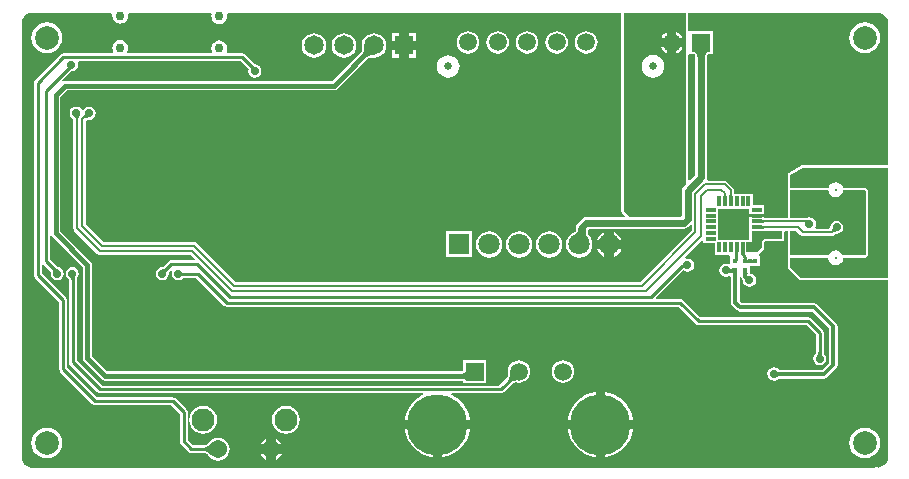
<source format=gbl>
G04*
G04 #@! TF.GenerationSoftware,Altium Limited,Altium Designer,20.1.14 (287)*
G04*
G04 Layer_Physical_Order=2*
G04 Layer_Color=16711680*
%FSLAX44Y44*%
%MOMM*%
G71*
G04*
G04 #@! TF.SameCoordinates,99A645DD-A7E4-4CA2-B257-33081834DCFA*
G04*
G04*
G04 #@! TF.FilePolarity,Positive*
G04*
G01*
G75*
%ADD11C,0.2000*%
%ADD79R,0.4500X0.4500*%
%ADD84R,0.5200X0.5600*%
%ADD101C,0.2540*%
%ADD102C,0.3000*%
%ADD103C,0.6000*%
%ADD105C,0.7500*%
%ADD106R,1.5750X1.5750*%
%ADD107C,1.5750*%
%ADD108C,0.6500*%
%ADD109C,0.3250*%
%ADD110R,1.5000X1.5000*%
%ADD111C,1.5000*%
%ADD112C,5.1600*%
%ADD113C,1.8000*%
%ADD114R,1.8000X1.8000*%
%ADD115C,1.6500*%
%ADD116R,1.6500X1.6500*%
%ADD117C,1.9500*%
%ADD118C,1.5400*%
%ADD119C,2.0000*%
%ADD120C,0.7000*%
%ADD121R,0.8500X0.3000*%
%ADD122R,0.3000X0.8500*%
%ADD123R,2.5500X2.5500*%
%ADD124C,0.4000*%
G36*
X1872324Y1047753D02*
X1872324Y1047753D01*
X1872479Y1046972D01*
X1872921Y1046311D01*
X1874947Y1044285D01*
X1874461Y1043112D01*
X1842326D01*
X1840375Y1042724D01*
X1838721Y1041619D01*
X1835207Y1038104D01*
X1834102Y1036450D01*
X1833714Y1034499D01*
Y1031595D01*
X1833463Y1031092D01*
X1833154Y1030617D01*
X1832784Y1030173D01*
X1832686Y1030078D01*
X1830968Y1029366D01*
X1828670Y1027603D01*
X1826907Y1025305D01*
X1825799Y1022629D01*
X1825421Y1019758D01*
X1825799Y1016886D01*
X1826907Y1014211D01*
X1828670Y1011913D01*
X1830968Y1010150D01*
X1833644Y1009041D01*
X1836516Y1008663D01*
X1839387Y1009041D01*
X1842063Y1010150D01*
X1844361Y1011913D01*
X1846124Y1014211D01*
X1847232Y1016886D01*
X1847610Y1019758D01*
X1847232Y1022629D01*
X1846124Y1025305D01*
X1844529Y1027384D01*
X1844495Y1027455D01*
X1844216Y1028169D01*
X1843975Y1028895D01*
X1843910Y1029137D01*
Y1032387D01*
X1844438Y1032916D01*
X1924891D01*
X1926842Y1033304D01*
X1928496Y1034409D01*
X1930744Y1036657D01*
X1931917Y1036171D01*
Y1031802D01*
X1888044Y987929D01*
X1545691D01*
X1512782Y1020838D01*
X1511790Y1021501D01*
X1510619Y1021734D01*
X1510619Y1021734D01*
X1434053D01*
X1418986Y1036801D01*
Y1124600D01*
X1419920Y1125435D01*
X1421474Y1125126D01*
X1423620Y1125553D01*
X1425440Y1126768D01*
X1426655Y1128587D01*
X1427082Y1130733D01*
X1426655Y1132879D01*
X1425440Y1134699D01*
X1423620Y1135914D01*
X1421474Y1136341D01*
X1419328Y1135914D01*
X1417509Y1134699D01*
X1416886Y1133765D01*
X1415364Y1133774D01*
X1414609Y1134903D01*
X1412790Y1136118D01*
X1410644Y1136545D01*
X1408498Y1136118D01*
X1406679Y1134903D01*
X1405463Y1133084D01*
X1405036Y1130938D01*
X1405463Y1128792D01*
X1406679Y1126972D01*
X1408298Y1125890D01*
Y1033511D01*
X1408298Y1033511D01*
X1408531Y1032340D01*
X1409194Y1031348D01*
X1428600Y1011942D01*
X1428600Y1011942D01*
X1429593Y1011279D01*
X1430763Y1011046D01*
X1430763Y1011046D01*
X1507459D01*
X1511014Y1007491D01*
X1510528Y1006318D01*
X1490939D01*
X1489663Y1006064D01*
X1488581Y1005341D01*
X1483915Y1000676D01*
X1483603Y1000738D01*
X1481457Y1000311D01*
X1479638Y999095D01*
X1478422Y997276D01*
X1477995Y995130D01*
X1478422Y992984D01*
X1479638Y991165D01*
X1481457Y989949D01*
X1483603Y989522D01*
X1485749Y989949D01*
X1487569Y991165D01*
X1488784Y992984D01*
X1489211Y995130D01*
X1488977Y996307D01*
X1491089Y998420D01*
X1492076Y997610D01*
X1491853Y997276D01*
X1491426Y995130D01*
X1491853Y992984D01*
X1493068Y991165D01*
X1494887Y989949D01*
X1497033Y989522D01*
X1499179Y989949D01*
X1500999Y991165D01*
X1501420Y991796D01*
X1512249D01*
X1536052Y967992D01*
X1537134Y967270D01*
X1538409Y967016D01*
X1920892D01*
X1935462Y952447D01*
X1936543Y951724D01*
X1937819Y951470D01*
X2029147D01*
X2036863Y943754D01*
Y927584D01*
X2036232Y927162D01*
X2035017Y925343D01*
X2034590Y923197D01*
X2035017Y921051D01*
X2036232Y919231D01*
X2038051Y918016D01*
X2040197Y917589D01*
X2042343Y918016D01*
X2044163Y919231D01*
X2045378Y921051D01*
X2045805Y923197D01*
X2045378Y925343D01*
X2044163Y927162D01*
X2043531Y927584D01*
Y945135D01*
X2043278Y946411D01*
X2042555Y947492D01*
X2032885Y957162D01*
X2031804Y957884D01*
X2030528Y958138D01*
X1939200D01*
X1924631Y972708D01*
X1923549Y973430D01*
X1922273Y973684D01*
X1901865D01*
X1901379Y974857D01*
X1924673Y998152D01*
X1926076Y997214D01*
X1928222Y996787D01*
X1930368Y997214D01*
X1932187Y998430D01*
X1933403Y1000249D01*
X1933830Y1002395D01*
X1933403Y1004541D01*
X1932187Y1006360D01*
X1930368Y1007576D01*
X1928222Y1008003D01*
X1926719Y1007704D01*
X1926093Y1008874D01*
X1940416Y1023197D01*
X1941589Y1022711D01*
Y1020778D01*
X1951339D01*
Y1011028D01*
X1963600D01*
X1964473Y1010119D01*
Y1003571D01*
X1963203Y1002893D01*
X1962980Y1003041D01*
X1960834Y1003468D01*
X1958688Y1003041D01*
X1956869Y1001826D01*
X1955653Y1000006D01*
X1955226Y997860D01*
X1955653Y995714D01*
X1956869Y993895D01*
X1958688Y992680D01*
X1960834Y992253D01*
X1962980Y992680D01*
X1963884Y993284D01*
X1965154Y992605D01*
Y970551D01*
X1965426Y969186D01*
X1966199Y968028D01*
X1970278Y963950D01*
X1971435Y963176D01*
X1972801Y962905D01*
X2034222D01*
X2048132Y948995D01*
Y919015D01*
X2042535Y913418D01*
X2006048D01*
X2005544Y914172D01*
X2003725Y915388D01*
X2001579Y915815D01*
X1999433Y915388D01*
X1997614Y914172D01*
X1996398Y912353D01*
X1995971Y910207D01*
X1996398Y908061D01*
X1997614Y906242D01*
X1999433Y905026D01*
X2001579Y904599D01*
X2003725Y905026D01*
X2005544Y906242D01*
X2005570Y906281D01*
X2044013D01*
X2045378Y906552D01*
X2046536Y907326D01*
X2054224Y915013D01*
X2054997Y916171D01*
X2055269Y917537D01*
Y950473D01*
X2054997Y951838D01*
X2054224Y952996D01*
X2038223Y968996D01*
X2037065Y969770D01*
X2035700Y970042D01*
X1974279D01*
X1972291Y972029D01*
Y991925D01*
X1973096Y992318D01*
X1973766Y992012D01*
X1973973Y990970D01*
X1974747Y989813D01*
X1975139Y989420D01*
X1975527Y987471D01*
X1976743Y985652D01*
X1978562Y984436D01*
X1980708Y984009D01*
X1982854Y984436D01*
X1984673Y985652D01*
X1985889Y987471D01*
X1986315Y989617D01*
X1985889Y991763D01*
X1984673Y993583D01*
X1982854Y994798D01*
X1981520Y995063D01*
Y1001867D01*
X1989415D01*
Y1010367D01*
X1989093D01*
X1988695Y1011419D01*
X1988683Y1011637D01*
X1992531Y1015485D01*
X1992973Y1016147D01*
X1993128Y1016927D01*
Y1021933D01*
X1993811Y1022616D01*
X2000967D01*
X2001153Y1022653D01*
X2008167D01*
X2008947Y1022808D01*
X2009073Y1022892D01*
X2010167D01*
Y1024495D01*
X2010206Y1024692D01*
Y1030492D01*
X2011224Y1031219D01*
X2012940D01*
Y1010646D01*
X2013095Y1009866D01*
X2013410Y1009394D01*
X2013214Y1009100D01*
X2013059Y1008320D01*
Y1001051D01*
X2013059Y1001051D01*
X2013214Y1000271D01*
X2013656Y999609D01*
X2013656Y999609D01*
X2023298Y989967D01*
X2023960Y989525D01*
X2024740Y989370D01*
X2097903D01*
X2097928Y989349D01*
Y839745D01*
Y838871D01*
X2097587Y837156D01*
X2096918Y835541D01*
X2095946Y834087D01*
X2094710Y832851D01*
X2093256Y831880D01*
X2091641Y831210D01*
X2089947Y830873D01*
X2089805Y830902D01*
X2089534Y831040D01*
X2088898Y831089D01*
X2088574Y831195D01*
X2088400Y831181D01*
X2088152Y831230D01*
X2087973D01*
X2087725Y831181D01*
X2087551Y831195D01*
X2087226Y831089D01*
X2086591Y831040D01*
X2086320Y830902D01*
X2086157Y830869D01*
X1372508D01*
X1370793Y831210D01*
X1369178Y831880D01*
X1367724Y832851D01*
X1366488Y834087D01*
X1365516Y835541D01*
X1364847Y837156D01*
X1364506Y838871D01*
Y839745D01*
Y1206901D01*
Y1207775D01*
X1364847Y1209490D01*
X1365516Y1211105D01*
X1366488Y1212559D01*
X1367724Y1213795D01*
X1369178Y1214766D01*
X1370793Y1215435D01*
X1372508Y1215777D01*
X1440469D01*
X1441407Y1214507D01*
X1441269Y1213456D01*
X1441501Y1211693D01*
X1442181Y1210051D01*
X1443263Y1208641D01*
X1444673Y1207560D01*
X1446315Y1206879D01*
X1448077Y1206647D01*
X1449839Y1206879D01*
X1451481Y1207560D01*
X1452891Y1208641D01*
X1453973Y1210051D01*
X1454653Y1211693D01*
X1454885Y1213456D01*
X1454747Y1214507D01*
X1455686Y1215777D01*
X1524485D01*
X1525320Y1214507D01*
X1525151Y1213223D01*
X1525383Y1211460D01*
X1526063Y1209818D01*
X1527145Y1208408D01*
X1528555Y1207327D01*
X1530197Y1206646D01*
X1531959Y1206414D01*
X1533721Y1206646D01*
X1535363Y1207327D01*
X1536773Y1208408D01*
X1537855Y1209818D01*
X1538535Y1211460D01*
X1538767Y1213223D01*
X1538598Y1214507D01*
X1539433Y1215777D01*
X1872324D01*
X1872324Y1047753D01*
D02*
G37*
G36*
X1945352Y1182638D02*
X1944842Y1182458D01*
X1944392Y1182158D01*
X1944002Y1181738D01*
X1943672Y1181198D01*
X1943402Y1180538D01*
X1943192Y1179758D01*
X1943042Y1178858D01*
X1942952Y1177838D01*
X1942922Y1176698D01*
X1936922D01*
X1936892Y1177838D01*
X1936802Y1178858D01*
X1936652Y1179758D01*
X1936442Y1180538D01*
X1936172Y1181198D01*
X1935842Y1181738D01*
X1935452Y1182158D01*
X1935002Y1182458D01*
X1934492Y1182638D01*
X1933922Y1182698D01*
X1945922D01*
X1945352Y1182638D01*
D02*
G37*
G36*
X1420941Y1127274D02*
X1420565Y1127319D01*
X1420205Y1127336D01*
X1419861Y1127324D01*
X1419532Y1127283D01*
X1419219Y1127215D01*
X1418923Y1127117D01*
X1418642Y1126992D01*
X1418377Y1126838D01*
X1418128Y1126655D01*
X1417895Y1126444D01*
X1416693Y1128071D01*
X1416892Y1128288D01*
X1417076Y1128526D01*
X1417245Y1128786D01*
X1417399Y1129067D01*
X1417537Y1129369D01*
X1417661Y1129692D01*
X1417770Y1130036D01*
X1417863Y1130402D01*
X1418005Y1131197D01*
X1420941Y1127274D01*
D02*
G37*
G36*
X1413325Y1128637D02*
X1412943Y1127952D01*
X1412787Y1127621D01*
X1412656Y1127297D01*
X1412548Y1126980D01*
X1412465Y1126671D01*
X1412405Y1126368D01*
X1412369Y1126073D01*
X1412357Y1125786D01*
X1410357Y1125349D01*
X1410341Y1125666D01*
X1410293Y1125972D01*
X1410213Y1126265D01*
X1410101Y1126547D01*
X1409957Y1126817D01*
X1409780Y1127075D01*
X1409572Y1127322D01*
X1409332Y1127557D01*
X1409059Y1127780D01*
X1408755Y1127991D01*
X1413552Y1128990D01*
X1413325Y1128637D01*
D02*
G37*
G36*
X2091641Y1215435D02*
X2093256Y1214766D01*
X2094710Y1213795D01*
X2095946Y1212559D01*
X2096918Y1211105D01*
X2097587Y1209490D01*
X2097928Y1207775D01*
Y1206901D01*
Y1086995D01*
X2097903Y1086975D01*
X2025843D01*
X2025715Y1086949D01*
X2025584Y1086958D01*
X2025328Y1086872D01*
X2025063Y1086819D01*
X2024954Y1086747D01*
X2024830Y1086705D01*
X2014085Y1080553D01*
X2013881Y1080375D01*
X2013656Y1080225D01*
X2013583Y1080116D01*
X2013484Y1080030D01*
X2013364Y1079788D01*
X2013214Y1079563D01*
X2013188Y1079435D01*
X2013130Y1079318D01*
X2013111Y1079048D01*
X2013059Y1078783D01*
X2013059Y1067957D01*
X2013214Y1067177D01*
X2013315Y1067026D01*
X2013095Y1066697D01*
X2012940Y1065917D01*
Y1042337D01*
X1993089D01*
Y1042778D01*
X1980589D01*
Y1030975D01*
X1980550Y1030778D01*
Y1023574D01*
X1980547Y1023570D01*
X1980543Y1023567D01*
X1978339D01*
X1978142Y1023528D01*
X1954089D01*
Y1030778D01*
Y1040778D01*
Y1050028D01*
X1980589D01*
Y1045778D01*
X1993089D01*
Y1052778D01*
X1983339D01*
Y1062528D01*
X1967898D01*
Y1065535D01*
X1967665Y1066705D01*
X1967002Y1067698D01*
X1967002Y1067698D01*
X1961754Y1072946D01*
X1960762Y1073609D01*
X1959591Y1073842D01*
X1959591Y1073842D01*
X1945397D01*
X1944692Y1075112D01*
X1945020Y1076759D01*
Y1180205D01*
X1945125Y1180463D01*
X1945251Y1180668D01*
X1949797D01*
Y1200418D01*
X1930047D01*
Y1200418D01*
X1928968Y1200879D01*
Y1215777D01*
X2089926D01*
X2091641Y1215435D01*
D02*
G37*
G36*
X1934719Y1180463D02*
X1934824Y1180205D01*
Y1078871D01*
X1930141Y1074188D01*
X1928968Y1074674D01*
Y1180206D01*
X1930047Y1180668D01*
Y1180668D01*
X1934593D01*
X1934719Y1180463D01*
D02*
G37*
G36*
X1965844Y1062117D02*
X1965914Y1061217D01*
X1965956Y1060997D01*
X1966008Y1060817D01*
X1966069Y1060677D01*
X1966140Y1060577D01*
X1966219Y1060518D01*
X1966308Y1060498D01*
X1963369D01*
X1963459Y1060518D01*
X1963539Y1060577D01*
X1963609Y1060677D01*
X1963670Y1060817D01*
X1963722Y1060997D01*
X1963764Y1061217D01*
X1963797Y1061478D01*
X1963834Y1062117D01*
X1963839Y1062497D01*
X1965839D01*
X1965844Y1062117D01*
D02*
G37*
G36*
X1960844D02*
X1960914Y1061217D01*
X1960956Y1060997D01*
X1961008Y1060817D01*
X1961069Y1060677D01*
X1961140Y1060577D01*
X1961219Y1060518D01*
X1961308Y1060498D01*
X1958369D01*
X1958459Y1060518D01*
X1958539Y1060577D01*
X1958609Y1060677D01*
X1958670Y1060817D01*
X1958722Y1060997D01*
X1958764Y1061217D01*
X1958797Y1061478D01*
X1958834Y1062117D01*
X1958839Y1062497D01*
X1960839D01*
X1960844Y1062117D01*
D02*
G37*
G36*
X2079127Y1065019D02*
X2079127Y1011543D01*
X2078229Y1010645D01*
X2059533Y1010646D01*
X2059490Y1010859D01*
X2058109Y1012926D01*
X2056042Y1014307D01*
X2053603Y1014792D01*
X2051164Y1014307D01*
X2049097Y1012926D01*
X2047715Y1010859D01*
X2047673Y1010646D01*
X2014979Y1010646D01*
Y1031219D01*
X2020363D01*
X2023791Y1027791D01*
X2024783Y1027128D01*
X2025954Y1026895D01*
X2050244D01*
X2050244Y1026895D01*
X2051415Y1027128D01*
X2052407Y1027791D01*
X2053531Y1028915D01*
X2054600Y1028702D01*
X2056746Y1029129D01*
X2058566Y1030345D01*
X2059781Y1032164D01*
X2060208Y1034310D01*
X2059781Y1036456D01*
X2058566Y1038275D01*
X2056746Y1039491D01*
X2054600Y1039918D01*
X2052454Y1039491D01*
X2050635Y1038275D01*
X2049420Y1036456D01*
X2048993Y1034310D01*
X2049000Y1034273D01*
X2047956Y1033013D01*
X2036714D01*
X2036035Y1034283D01*
X2036673Y1035237D01*
X2037100Y1037383D01*
X2036673Y1039529D01*
X2035457Y1041349D01*
X2033638Y1042564D01*
X2031492Y1042991D01*
X2029346Y1042564D01*
X2028865Y1042242D01*
X2028391Y1042337D01*
X2028390Y1042337D01*
X2014979D01*
Y1065917D01*
X2047291Y1065917D01*
X2047715Y1063781D01*
X2049097Y1061714D01*
X2051164Y1060332D01*
X2053603Y1059847D01*
X2056042Y1060332D01*
X2058109Y1061714D01*
X2059490Y1063781D01*
X2059915Y1065917D01*
X2078229Y1065917D01*
X2079127Y1065019D01*
D02*
G37*
G36*
X1926929Y1070976D02*
X1924801Y1068848D01*
X1923696Y1067194D01*
X1923308Y1065243D01*
Y1044132D01*
X1922288Y1043112D01*
X1879004D01*
X1874363Y1047753D01*
X1874363Y1215777D01*
X1926929D01*
Y1070976D01*
D02*
G37*
G36*
X1991078Y1040658D02*
X1991139Y1040578D01*
X1991239Y1040508D01*
X1991378Y1040447D01*
X1991559Y1040395D01*
X1991779Y1040353D01*
X1992039Y1040320D01*
X1992679Y1040283D01*
X1993058Y1040278D01*
Y1038278D01*
X1992679Y1038273D01*
X1991779Y1038203D01*
X1991559Y1038161D01*
X1991378Y1038109D01*
X1991239Y1038048D01*
X1991139Y1037978D01*
X1991078Y1037898D01*
X1991059Y1037808D01*
Y1040748D01*
X1991078Y1040658D01*
D02*
G37*
G36*
Y1035658D02*
X1991139Y1035578D01*
X1991239Y1035508D01*
X1991378Y1035447D01*
X1991559Y1035395D01*
X1991779Y1035353D01*
X1992039Y1035320D01*
X1992679Y1035283D01*
X1993058Y1035278D01*
Y1033278D01*
X1992679Y1033273D01*
X1991779Y1033203D01*
X1991559Y1033161D01*
X1991378Y1033109D01*
X1991239Y1033048D01*
X1991139Y1032978D01*
X1991078Y1032898D01*
X1991059Y1032808D01*
Y1035748D01*
X1991078Y1035658D01*
D02*
G37*
G36*
X2054565Y1030810D02*
X2054169Y1030803D01*
X2053791Y1030774D01*
X2053432Y1030723D01*
X2053092Y1030650D01*
X2052772Y1030555D01*
X2052470Y1030437D01*
X2052186Y1030297D01*
X2051922Y1030136D01*
X2051677Y1029952D01*
X2051451Y1029746D01*
X2050037Y1031161D01*
X2050242Y1031387D01*
X2050426Y1031632D01*
X2050588Y1031896D01*
X2050727Y1032179D01*
X2050845Y1032481D01*
X2050940Y1032802D01*
X2051013Y1033142D01*
X2051064Y1033501D01*
X2051093Y1033878D01*
X2051100Y1034275D01*
X2054565Y1030810D01*
D02*
G37*
G36*
X1841812Y1032435D02*
X1841836Y1031637D01*
X1841909Y1030837D01*
X1842031Y1030036D01*
X1842201Y1029232D01*
X1842420Y1028426D01*
X1842688Y1027618D01*
X1843005Y1026808D01*
X1843784Y1025182D01*
X1844247Y1024365D01*
X1832064Y1027580D01*
X1832776Y1028029D01*
X1833413Y1028524D01*
X1833975Y1029065D01*
X1834462Y1029652D01*
X1834875Y1030284D01*
X1835212Y1030962D01*
X1835474Y1031685D01*
X1835662Y1032455D01*
X1835774Y1033270D01*
X1835812Y1034130D01*
X1841812Y1032435D01*
D02*
G37*
G36*
X2008167Y1030492D02*
Y1024692D01*
X2000967D01*
Y1024655D01*
X1992966D01*
X1991089Y1022778D01*
Y1016927D01*
X1987190Y1013028D01*
X1978403D01*
Y1013419D01*
X1978339Y1013741D01*
Y1021528D01*
X1981339D01*
X1981839Y1022028D01*
X1982089D01*
Y1022278D01*
X1982589Y1022778D01*
Y1030778D01*
X2007881D01*
X2008167Y1030492D01*
D02*
G37*
G36*
X1976339Y1010837D02*
X1973799D01*
X1973795Y1011259D01*
X1973730Y1012259D01*
X1973692Y1012503D01*
X1973644Y1012703D01*
X1973589Y1012859D01*
X1973524Y1012970D01*
X1973451Y1013036D01*
X1973369Y1013058D01*
X1976308D01*
X1976339Y1010837D01*
D02*
G37*
G36*
X2097903Y991409D02*
X2024740D01*
X2015098Y1001051D01*
Y1008320D01*
X2037103Y1008320D01*
Y1008320D01*
X2037390Y1008607D01*
X2047077Y1008606D01*
X2047230Y1008420D01*
X2047715Y1005981D01*
X2049097Y1003914D01*
X2051164Y1002533D01*
X2053603Y1002048D01*
X2056042Y1002533D01*
X2058109Y1003914D01*
X2059490Y1005981D01*
X2059975Y1008420D01*
X2060128Y1008606D01*
X2078229Y1008606D01*
X2079009Y1008761D01*
X2079671Y1009203D01*
X2079671Y1009203D01*
X2080569Y1010101D01*
X2080569Y1010101D01*
X2081011Y1010763D01*
X2081166Y1011543D01*
X2081166Y1065019D01*
X2081166Y1065019D01*
X2081011Y1065799D01*
X2080569Y1066461D01*
X2079671Y1067359D01*
X2079009Y1067801D01*
X2078229Y1067956D01*
X2059915Y1067956D01*
X2059718Y1067917D01*
X2059638D01*
X2059490Y1068659D01*
X2058109Y1070726D01*
X2056042Y1072107D01*
X2053603Y1072592D01*
X2051164Y1072107D01*
X2049097Y1070726D01*
X2047715Y1068659D01*
X2047568Y1067917D01*
X2047488D01*
X2047291Y1067956D01*
X2037104Y1067956D01*
X2037103Y1067957D01*
Y1067957D01*
X2015098Y1067957D01*
X2015098Y1078783D01*
X2025843Y1084935D01*
X2097903D01*
Y991409D01*
D02*
G37*
G36*
X1977817Y1008058D02*
X1975223D01*
X1975228Y1008072D01*
X1975233Y1008111D01*
X1975237Y1008178D01*
X1975250Y1009386D01*
X1977790D01*
X1977817Y1008058D01*
D02*
G37*
G36*
X1971245Y1013033D02*
X1971188Y1012957D01*
X1971137Y1012830D01*
X1971093Y1012652D01*
X1971057Y1012423D01*
X1971026Y1012144D01*
X1970976Y1011001D01*
X1970972Y1010518D01*
X1970971D01*
X1970942Y1008089D01*
X1967162Y1008058D01*
X1967404Y1008086D01*
X1967620Y1008164D01*
X1967810Y1008294D01*
X1967975Y1008475D01*
X1968115Y1008706D01*
X1968229Y1008989D01*
X1968318Y1009322D01*
X1968382Y1009707D01*
X1968420Y1010142D01*
X1968431Y1010575D01*
X1968369Y1013058D01*
X1971308D01*
X1971245Y1013033D01*
D02*
G37*
G36*
X1982946Y1003897D02*
X1982920Y1004031D01*
X1982844Y1004150D01*
X1982717Y1004255D01*
X1982539Y1004347D01*
X1982310Y1004424D01*
X1982031Y1004487D01*
X1981701Y1004536D01*
X1981334Y1004570D01*
X1980734Y1004514D01*
X1980404Y1004447D01*
X1980125Y1004362D01*
X1979896Y1004257D01*
X1979718Y1004134D01*
X1979591Y1003992D01*
X1979515Y1003830D01*
X1979490Y1003650D01*
Y1008089D01*
X1979515Y1007908D01*
X1979591Y1007747D01*
X1979718Y1007605D01*
X1979896Y1007481D01*
X1980125Y1007377D01*
X1980404Y1007291D01*
X1980734Y1007225D01*
X1981115Y1007177D01*
X1981163Y1007174D01*
X1981320Y1007187D01*
X1981701Y1007247D01*
X1982031Y1007331D01*
X1982310Y1007439D01*
X1982539Y1007570D01*
X1982717Y1007726D01*
X1982844Y1007906D01*
X1982920Y1008109D01*
X1982946Y1008336D01*
Y1003897D01*
D02*
G37*
G36*
X1488118Y998367D02*
X1487887Y998119D01*
X1487685Y997862D01*
X1487510Y997598D01*
X1487364Y997326D01*
X1487247Y997046D01*
X1487157Y996759D01*
X1487095Y996464D01*
X1487062Y996161D01*
X1487057Y995850D01*
X1487080Y995532D01*
X1483271Y998614D01*
X1483598Y998656D01*
X1483916Y998719D01*
X1484225Y998802D01*
X1484523Y998905D01*
X1484813Y999030D01*
X1485093Y999175D01*
X1485363Y999340D01*
X1485624Y999526D01*
X1485876Y999733D01*
X1486118Y999960D01*
X1488118Y998367D01*
D02*
G37*
G36*
X1963715Y999885D02*
X1963887Y999742D01*
X1964085Y999616D01*
X1964307Y999506D01*
X1964554Y999414D01*
X1964826Y999338D01*
X1965124Y999279D01*
X1965446Y999237D01*
X1965794Y999211D01*
X1966166Y999203D01*
X1966017Y996203D01*
X1965644Y996195D01*
X1964970Y996134D01*
X1964668Y996081D01*
X1964391Y996012D01*
X1964137Y995928D01*
X1963907Y995829D01*
X1963701Y995714D01*
X1963519Y995584D01*
X1963361Y995439D01*
X1963568Y1000045D01*
X1963715Y999885D01*
D02*
G37*
G36*
X1979353Y995620D02*
X1979231Y995530D01*
X1979123Y995380D01*
X1979029Y995170D01*
X1978950Y994900D01*
X1978885Y994570D01*
X1978835Y994180D01*
X1978777Y993220D01*
X1978770Y992650D01*
X1975770D01*
X1975763Y993220D01*
X1975655Y994570D01*
X1975590Y994900D01*
X1975511Y995170D01*
X1975418Y995380D01*
X1975310Y995530D01*
X1975187Y995620D01*
X1975051Y995650D01*
X1979490D01*
X1979353Y995620D01*
D02*
G37*
G36*
X1970805D02*
X1970683Y995530D01*
X1970575Y995380D01*
X1970482Y995170D01*
X1970402Y994900D01*
X1970338Y994570D01*
X1970287Y994180D01*
X1970230Y993220D01*
X1970222Y992650D01*
X1967222D01*
X1967215Y993220D01*
X1967107Y994570D01*
X1967043Y994900D01*
X1966964Y995170D01*
X1966870Y995380D01*
X1966762Y995530D01*
X1966640Y995620D01*
X1966503Y995650D01*
X1970942D01*
X1970805Y995620D01*
D02*
G37*
G36*
X2041479Y928223D02*
X2041515Y927898D01*
X2041574Y927584D01*
X2041656Y927282D01*
X2041762Y926990D01*
X2041892Y926709D01*
X2042046Y926440D01*
X2042223Y926181D01*
X2042423Y925933D01*
X2042648Y925696D01*
X2037747D01*
X2037972Y925933D01*
X2038172Y926181D01*
X2038349Y926440D01*
X2038503Y926709D01*
X2038632Y926990D01*
X2038739Y927282D01*
X2038821Y927584D01*
X2038880Y927898D01*
X2038916Y928223D01*
X2038927Y928558D01*
X2041467D01*
X2041479Y928223D01*
D02*
G37*
G36*
X2004491Y912191D02*
X2004688Y912014D01*
X2004904Y911859D01*
X2005141Y911723D01*
X2005398Y911609D01*
X2005675Y911516D01*
X2005973Y911443D01*
X2006290Y911391D01*
X2006629Y911360D01*
X2006987Y911349D01*
X2006645Y908349D01*
X2006288Y908341D01*
X2005624Y908274D01*
X2005316Y908216D01*
X2005025Y908140D01*
X2004750Y908049D01*
X2004492Y907940D01*
X2004250Y907815D01*
X2004024Y907673D01*
X2003815Y907514D01*
X2004315Y912389D01*
X2004491Y912191D01*
D02*
G37*
%LPC*%
G36*
X1698498Y1198498D02*
X1692247D01*
Y1192247D01*
X1698498D01*
Y1198498D01*
D02*
G37*
G36*
X1684247D02*
X1677998D01*
Y1192247D01*
X1684247D01*
Y1198498D01*
D02*
G37*
G36*
X1385830Y1207972D02*
X1382436Y1207525D01*
X1379274Y1206216D01*
X1376558Y1204132D01*
X1374474Y1201416D01*
X1373165Y1198254D01*
X1372718Y1194860D01*
X1373165Y1191466D01*
X1374474Y1188304D01*
X1376558Y1185588D01*
X1379274Y1183504D01*
X1382436Y1182195D01*
X1385830Y1181748D01*
X1389224Y1182195D01*
X1392386Y1183504D01*
X1395102Y1185588D01*
X1397186Y1188304D01*
X1398495Y1191466D01*
X1398942Y1194860D01*
X1398495Y1198254D01*
X1397186Y1201416D01*
X1395102Y1204132D01*
X1392386Y1206216D01*
X1389224Y1207525D01*
X1385830Y1207972D01*
D02*
G37*
G36*
X1842500Y1200359D02*
X1840020Y1200032D01*
X1837709Y1199075D01*
X1835725Y1197552D01*
X1834202Y1195568D01*
X1833245Y1193257D01*
X1832918Y1190777D01*
X1833245Y1188297D01*
X1834202Y1185986D01*
X1835725Y1184001D01*
X1837709Y1182478D01*
X1840020Y1181521D01*
X1842500Y1181195D01*
X1844980Y1181521D01*
X1847291Y1182478D01*
X1849276Y1184001D01*
X1850798Y1185986D01*
X1851756Y1188297D01*
X1852082Y1190777D01*
X1851756Y1193257D01*
X1850798Y1195568D01*
X1849276Y1197552D01*
X1847291Y1199075D01*
X1844980Y1200032D01*
X1842500Y1200359D01*
D02*
G37*
G36*
X1817500D02*
X1815020Y1200032D01*
X1812709Y1199075D01*
X1810725Y1197552D01*
X1809202Y1195568D01*
X1808245Y1193257D01*
X1807918Y1190777D01*
X1808245Y1188297D01*
X1809202Y1185986D01*
X1810725Y1184001D01*
X1812709Y1182478D01*
X1815020Y1181521D01*
X1817500Y1181195D01*
X1819980Y1181521D01*
X1822291Y1182478D01*
X1824276Y1184001D01*
X1825798Y1185986D01*
X1826756Y1188297D01*
X1827082Y1190777D01*
X1826756Y1193257D01*
X1825798Y1195568D01*
X1824276Y1197552D01*
X1822291Y1199075D01*
X1819980Y1200032D01*
X1817500Y1200359D01*
D02*
G37*
G36*
X1792500D02*
X1790020Y1200032D01*
X1787709Y1199075D01*
X1785725Y1197552D01*
X1784202Y1195568D01*
X1783245Y1193257D01*
X1782918Y1190777D01*
X1783245Y1188297D01*
X1784202Y1185986D01*
X1785725Y1184001D01*
X1787709Y1182478D01*
X1790020Y1181521D01*
X1792500Y1181195D01*
X1794980Y1181521D01*
X1797291Y1182478D01*
X1799276Y1184001D01*
X1800798Y1185986D01*
X1801756Y1188297D01*
X1802082Y1190777D01*
X1801756Y1193257D01*
X1800798Y1195568D01*
X1799276Y1197552D01*
X1797291Y1199075D01*
X1794980Y1200032D01*
X1792500Y1200359D01*
D02*
G37*
G36*
X1767500D02*
X1765020Y1200032D01*
X1762709Y1199075D01*
X1760725Y1197552D01*
X1759202Y1195568D01*
X1758245Y1193257D01*
X1757918Y1190777D01*
X1758245Y1188297D01*
X1759202Y1185986D01*
X1760725Y1184001D01*
X1762709Y1182478D01*
X1765020Y1181521D01*
X1767500Y1181195D01*
X1769980Y1181521D01*
X1772291Y1182478D01*
X1774276Y1184001D01*
X1775798Y1185986D01*
X1776756Y1188297D01*
X1777082Y1190777D01*
X1776756Y1193257D01*
X1775798Y1195568D01*
X1774276Y1197552D01*
X1772291Y1199075D01*
X1769980Y1200032D01*
X1767500Y1200359D01*
D02*
G37*
G36*
X1742500D02*
X1740020Y1200032D01*
X1737709Y1199075D01*
X1735725Y1197552D01*
X1734202Y1195568D01*
X1733245Y1193257D01*
X1732918Y1190777D01*
X1733245Y1188297D01*
X1734202Y1185986D01*
X1735725Y1184001D01*
X1737709Y1182478D01*
X1740020Y1181521D01*
X1742500Y1181195D01*
X1744980Y1181521D01*
X1747291Y1182478D01*
X1749276Y1184001D01*
X1750798Y1185986D01*
X1751756Y1188297D01*
X1752082Y1190777D01*
X1751756Y1193257D01*
X1750798Y1195568D01*
X1749276Y1197552D01*
X1747291Y1199075D01*
X1744980Y1200032D01*
X1742500Y1200359D01*
D02*
G37*
G36*
X1698498Y1184248D02*
X1692247D01*
Y1177998D01*
X1698498D01*
Y1184248D01*
D02*
G37*
G36*
X1684247D02*
X1677998D01*
Y1177998D01*
X1684247D01*
Y1184248D01*
D02*
G37*
G36*
X1637448Y1198586D02*
X1634772Y1198234D01*
X1632278Y1197201D01*
X1630137Y1195558D01*
X1628494Y1193417D01*
X1627462Y1190923D01*
X1627109Y1188248D01*
X1627462Y1185572D01*
X1628494Y1183078D01*
X1630137Y1180937D01*
X1632278Y1179294D01*
X1634772Y1178261D01*
X1637448Y1177909D01*
X1640123Y1178261D01*
X1642617Y1179294D01*
X1644758Y1180937D01*
X1646401Y1183078D01*
X1647434Y1185572D01*
X1647786Y1188248D01*
X1647434Y1190923D01*
X1646401Y1193417D01*
X1644758Y1195558D01*
X1642617Y1197201D01*
X1640123Y1198234D01*
X1637448Y1198586D01*
D02*
G37*
G36*
X1612048D02*
X1609372Y1198234D01*
X1606878Y1197201D01*
X1604737Y1195558D01*
X1603094Y1193417D01*
X1602061Y1190923D01*
X1601709Y1188248D01*
X1602061Y1185572D01*
X1603094Y1183078D01*
X1604737Y1180937D01*
X1606878Y1179294D01*
X1609372Y1178261D01*
X1612048Y1177909D01*
X1614723Y1178261D01*
X1617217Y1179294D01*
X1619358Y1180937D01*
X1621001Y1183078D01*
X1622034Y1185572D01*
X1622386Y1188248D01*
X1622034Y1190923D01*
X1621001Y1193417D01*
X1619358Y1195558D01*
X1617217Y1197201D01*
X1614723Y1198234D01*
X1612048Y1198586D01*
D02*
G37*
G36*
X1662848D02*
X1660172Y1198234D01*
X1657678Y1197201D01*
X1655537Y1195558D01*
X1653894Y1193417D01*
X1652861Y1190923D01*
X1652509Y1188248D01*
X1652837Y1185759D01*
X1652806Y1185503D01*
X1652666Y1184757D01*
X1652489Y1184080D01*
X1652277Y1183470D01*
X1652256Y1183423D01*
X1627177Y1158344D01*
X1400845D01*
X1400844Y1158344D01*
X1399347Y1158046D01*
X1399267Y1158101D01*
X1398696Y1159192D01*
X1406034Y1166530D01*
X1406644Y1166409D01*
X1408790Y1166836D01*
X1410609Y1168051D01*
X1411824Y1169871D01*
X1412251Y1172017D01*
X1411920Y1173682D01*
X1412708Y1174952D01*
X1549756D01*
X1556618Y1168090D01*
X1556316Y1166568D01*
X1556743Y1164422D01*
X1557958Y1162603D01*
X1559778Y1161388D01*
X1561924Y1160961D01*
X1564070Y1161388D01*
X1565889Y1162603D01*
X1567104Y1164422D01*
X1567531Y1166568D01*
X1567104Y1168714D01*
X1565889Y1170534D01*
X1564070Y1171749D01*
X1561973Y1172166D01*
X1553495Y1180644D01*
X1552413Y1181367D01*
X1551137Y1181621D01*
X1538817D01*
X1538092Y1182891D01*
X1538535Y1183960D01*
X1538767Y1185723D01*
X1538535Y1187485D01*
X1537855Y1189127D01*
X1536773Y1190537D01*
X1535363Y1191619D01*
X1533721Y1192299D01*
X1531959Y1192531D01*
X1530197Y1192299D01*
X1528555Y1191619D01*
X1527145Y1190537D01*
X1526063Y1189127D01*
X1525383Y1187485D01*
X1525151Y1185723D01*
X1525383Y1183960D01*
X1525826Y1182891D01*
X1525101Y1181621D01*
X1454702D01*
X1454114Y1182891D01*
X1454653Y1184193D01*
X1454885Y1185956D01*
X1454653Y1187718D01*
X1453973Y1189360D01*
X1452891Y1190770D01*
X1451481Y1191852D01*
X1449839Y1192532D01*
X1448077Y1192764D01*
X1446315Y1192532D01*
X1444673Y1191852D01*
X1443263Y1190770D01*
X1442181Y1189360D01*
X1441501Y1187718D01*
X1441269Y1185956D01*
X1441501Y1184193D01*
X1442041Y1182891D01*
X1441452Y1181621D01*
X1399881D01*
X1398605Y1181367D01*
X1397524Y1180644D01*
X1375624Y1158744D01*
X1374901Y1157663D01*
X1374647Y1156387D01*
Y994160D01*
X1374901Y992884D01*
X1375624Y991803D01*
X1396298Y971128D01*
Y914137D01*
X1396552Y912861D01*
X1397275Y911780D01*
X1424408Y884647D01*
X1425489Y883924D01*
X1426765Y883670D01*
X1491245D01*
X1498269Y876646D01*
Y853053D01*
X1498523Y851777D01*
X1499245Y850696D01*
X1505789Y844152D01*
X1506871Y843429D01*
X1508147Y843175D01*
X1520047D01*
X1520142Y843132D01*
X1520689Y842823D01*
X1521286Y842429D01*
X1521911Y841959D01*
X1522238Y841672D01*
X1522261Y841618D01*
X1523816Y839591D01*
X1525842Y838036D01*
X1528202Y837059D01*
X1530734Y836726D01*
X1533266Y837059D01*
X1535626Y838036D01*
X1537652Y839591D01*
X1539207Y841618D01*
X1540184Y843977D01*
X1540518Y846509D01*
X1540184Y849042D01*
X1539207Y851401D01*
X1537652Y853427D01*
X1535626Y854982D01*
X1533266Y855960D01*
X1530734Y856293D01*
X1528202Y855960D01*
X1525842Y854982D01*
X1523816Y853427D01*
X1522261Y851401D01*
X1522238Y851346D01*
X1521911Y851060D01*
X1521286Y850590D01*
X1520689Y850195D01*
X1520142Y849887D01*
X1520047Y849843D01*
X1509528D01*
X1504937Y854434D01*
Y878027D01*
X1504683Y879303D01*
X1503961Y880385D01*
X1494984Y889362D01*
X1493902Y890085D01*
X1492626Y890338D01*
X1428146D01*
X1402966Y915518D01*
Y972509D01*
X1402713Y973785D01*
X1401990Y974867D01*
X1381315Y995541D01*
Y1003110D01*
X1381926Y1003457D01*
X1382585Y1003576D01*
X1389280Y996881D01*
X1388932Y995130D01*
X1389359Y992984D01*
X1390574Y991165D01*
X1392394Y989949D01*
X1394540Y989522D01*
X1396686Y989949D01*
X1398505Y991165D01*
X1399721Y992984D01*
X1400148Y995130D01*
X1399721Y997276D01*
X1398505Y999095D01*
X1396686Y1000311D01*
X1394932Y1000660D01*
X1388114Y1007477D01*
Y1028029D01*
X1389384Y1028154D01*
X1389459Y1027777D01*
X1390343Y1026454D01*
X1416083Y1000715D01*
Y923583D01*
X1416083Y923583D01*
X1416393Y922022D01*
X1417277Y920699D01*
X1432424Y905553D01*
X1433747Y904669D01*
X1435308Y904358D01*
X1435308Y904358D01*
X1738434D01*
Y902719D01*
X1757435D01*
Y921719D01*
X1738434D01*
Y912515D01*
X1436997D01*
X1424240Y925273D01*
Y1002404D01*
X1424240Y1002404D01*
X1423929Y1003965D01*
X1423045Y1005288D01*
X1423045Y1005288D01*
X1397306Y1031027D01*
Y1144959D01*
X1402534Y1150188D01*
X1628866D01*
X1628866Y1150188D01*
X1630427Y1150498D01*
X1631750Y1151382D01*
X1658023Y1177655D01*
X1658071Y1177677D01*
X1658680Y1177889D01*
X1659357Y1178066D01*
X1660079Y1178201D01*
X1660403Y1178231D01*
X1662848Y1177909D01*
X1665523Y1178261D01*
X1668017Y1179294D01*
X1670158Y1180937D01*
X1671801Y1183078D01*
X1672834Y1185572D01*
X1673186Y1188248D01*
X1672834Y1190923D01*
X1671801Y1193417D01*
X1670158Y1195558D01*
X1668017Y1197201D01*
X1665523Y1198234D01*
X1662848Y1198586D01*
D02*
G37*
G36*
X1725660Y1180039D02*
X1723180Y1179712D01*
X1720869Y1178755D01*
X1718885Y1177232D01*
X1717362Y1175248D01*
X1716405Y1172937D01*
X1716078Y1170457D01*
X1716405Y1167977D01*
X1717362Y1165666D01*
X1718885Y1163681D01*
X1720869Y1162158D01*
X1723180Y1161201D01*
X1725660Y1160875D01*
X1728140Y1161201D01*
X1730451Y1162158D01*
X1732436Y1163681D01*
X1733958Y1165666D01*
X1734916Y1167977D01*
X1735242Y1170457D01*
X1734916Y1172937D01*
X1733958Y1175248D01*
X1732436Y1177232D01*
X1730451Y1178755D01*
X1728140Y1179712D01*
X1725660Y1180039D01*
D02*
G37*
G36*
X1865916Y1030007D02*
Y1023758D01*
X1872165D01*
X1871524Y1025305D01*
X1869761Y1027603D01*
X1867463Y1029366D01*
X1865916Y1030007D01*
D02*
G37*
G36*
X1857915D02*
X1856368Y1029366D01*
X1854070Y1027603D01*
X1852307Y1025305D01*
X1851666Y1023758D01*
X1857915D01*
Y1030007D01*
D02*
G37*
G36*
X1872165Y1015758D02*
X1865916D01*
Y1009509D01*
X1867463Y1010150D01*
X1869761Y1011913D01*
X1871524Y1014211D01*
X1872165Y1015758D01*
D02*
G37*
G36*
X1857915D02*
X1851666D01*
X1852307Y1014211D01*
X1854070Y1011913D01*
X1856368Y1010150D01*
X1857915Y1009509D01*
Y1015758D01*
D02*
G37*
G36*
X1745916Y1030758D02*
X1723916D01*
Y1008758D01*
X1745916D01*
Y1030758D01*
D02*
G37*
G36*
X1811116Y1030853D02*
X1808244Y1030475D01*
X1805568Y1029366D01*
X1803270Y1027603D01*
X1801507Y1025305D01*
X1800399Y1022629D01*
X1800021Y1019758D01*
X1800399Y1016886D01*
X1801507Y1014211D01*
X1803270Y1011913D01*
X1805568Y1010150D01*
X1808244Y1009041D01*
X1811116Y1008663D01*
X1813987Y1009041D01*
X1816663Y1010150D01*
X1818961Y1011913D01*
X1820724Y1014211D01*
X1821832Y1016886D01*
X1822210Y1019758D01*
X1821832Y1022629D01*
X1820724Y1025305D01*
X1818961Y1027603D01*
X1816663Y1029366D01*
X1813987Y1030475D01*
X1811116Y1030853D01*
D02*
G37*
G36*
X1785715D02*
X1782844Y1030475D01*
X1780168Y1029366D01*
X1777870Y1027603D01*
X1776107Y1025305D01*
X1774999Y1022629D01*
X1774621Y1019758D01*
X1774999Y1016886D01*
X1776107Y1014211D01*
X1777870Y1011913D01*
X1780168Y1010150D01*
X1782844Y1009041D01*
X1785715Y1008663D01*
X1788587Y1009041D01*
X1791263Y1010150D01*
X1793561Y1011913D01*
X1795324Y1014211D01*
X1796432Y1016886D01*
X1796810Y1019758D01*
X1796432Y1022629D01*
X1795324Y1025305D01*
X1793561Y1027603D01*
X1791263Y1029366D01*
X1788587Y1030475D01*
X1785715Y1030853D01*
D02*
G37*
G36*
X1760316D02*
X1757444Y1030475D01*
X1754768Y1029366D01*
X1752470Y1027603D01*
X1750707Y1025305D01*
X1749599Y1022629D01*
X1749221Y1019758D01*
X1749599Y1016886D01*
X1750707Y1014211D01*
X1752470Y1011913D01*
X1754768Y1010150D01*
X1757444Y1009041D01*
X1760316Y1008663D01*
X1763187Y1009041D01*
X1765863Y1010150D01*
X1768161Y1011913D01*
X1769924Y1014211D01*
X1771032Y1016886D01*
X1771410Y1019758D01*
X1771032Y1022629D01*
X1769924Y1025305D01*
X1768161Y1027603D01*
X1765863Y1029366D01*
X1763187Y1030475D01*
X1760316Y1030853D01*
D02*
G37*
G36*
X1822935Y921801D02*
X1820455Y921475D01*
X1818143Y920517D01*
X1816159Y918995D01*
X1814636Y917010D01*
X1813679Y914699D01*
X1813353Y912219D01*
X1813679Y909739D01*
X1814636Y907428D01*
X1816159Y905444D01*
X1818143Y903921D01*
X1820455Y902964D01*
X1822935Y902637D01*
X1825414Y902964D01*
X1827726Y903921D01*
X1829710Y905444D01*
X1831233Y907428D01*
X1832190Y909739D01*
X1832516Y912219D01*
X1832190Y914699D01*
X1831233Y917010D01*
X1829710Y918995D01*
X1827726Y920517D01*
X1825414Y921475D01*
X1822935Y921801D01*
D02*
G37*
G36*
X1407404Y1000738D02*
X1405258Y1000311D01*
X1403439Y999095D01*
X1402224Y997276D01*
X1401797Y995130D01*
X1402224Y992984D01*
X1403439Y991165D01*
X1404372Y990542D01*
Y920168D01*
X1404625Y918892D01*
X1405348Y917810D01*
X1428521Y894638D01*
X1429602Y893915D01*
X1430878Y893661D01*
X1704371D01*
X1704619Y892415D01*
X1703775Y892066D01*
X1700044Y889779D01*
X1696716Y886937D01*
X1693874Y883610D01*
X1691588Y879879D01*
X1689913Y875836D01*
X1688892Y871581D01*
X1688863Y871219D01*
X1744006D01*
X1743977Y871581D01*
X1742956Y875836D01*
X1741281Y879879D01*
X1738995Y883610D01*
X1736153Y886937D01*
X1732825Y889779D01*
X1729095Y892066D01*
X1728250Y892415D01*
X1728498Y893661D01*
X1770211D01*
X1771486Y893915D01*
X1772568Y894638D01*
X1780462Y902532D01*
X1780516Y902552D01*
X1781100Y902718D01*
X1781775Y902857D01*
X1782521Y902965D01*
X1782892Y902990D01*
X1782955Y902964D01*
X1785435Y902637D01*
X1787914Y902964D01*
X1790226Y903921D01*
X1792210Y905444D01*
X1793733Y907428D01*
X1794690Y909739D01*
X1795016Y912219D01*
X1794690Y914699D01*
X1793733Y917010D01*
X1792210Y918995D01*
X1790226Y920517D01*
X1787914Y921475D01*
X1785435Y921801D01*
X1782955Y921475D01*
X1780643Y920517D01*
X1778659Y918995D01*
X1777136Y917010D01*
X1776179Y914699D01*
X1775853Y912219D01*
X1776179Y909739D01*
X1776205Y909676D01*
X1776180Y909305D01*
X1776073Y908560D01*
X1775933Y907885D01*
X1775768Y907301D01*
X1775747Y907247D01*
X1768829Y900329D01*
X1432259D01*
X1411040Y921549D01*
Y990944D01*
X1411370Y991165D01*
X1412585Y992984D01*
X1413012Y995130D01*
X1412585Y997276D01*
X1411370Y999095D01*
X1409550Y1000311D01*
X1407404Y1000738D01*
D02*
G37*
G36*
X1858434Y894790D02*
Y871219D01*
X1882006D01*
X1881977Y871581D01*
X1880956Y875836D01*
X1879281Y879879D01*
X1876995Y883610D01*
X1874153Y886937D01*
X1870825Y889779D01*
X1867094Y892066D01*
X1863052Y893740D01*
X1858797Y894762D01*
X1858434Y894790D01*
D02*
G37*
G36*
X1850435D02*
X1850072Y894762D01*
X1845817Y893740D01*
X1841774Y892066D01*
X1838044Y889779D01*
X1834716Y886937D01*
X1831874Y883610D01*
X1829588Y879879D01*
X1827913Y875836D01*
X1826892Y871581D01*
X1826863Y871219D01*
X1850435D01*
Y894790D01*
D02*
G37*
G36*
X1588284Y883261D02*
X1585217Y882857D01*
X1582358Y881673D01*
X1579904Y879790D01*
X1578020Y877335D01*
X1576836Y874477D01*
X1576433Y871409D01*
X1576836Y868342D01*
X1578020Y865484D01*
X1579904Y863029D01*
X1582358Y861146D01*
X1585217Y859962D01*
X1588284Y859558D01*
X1591351Y859962D01*
X1594210Y861146D01*
X1596664Y863029D01*
X1598548Y865484D01*
X1599731Y868342D01*
X1600135Y871409D01*
X1599731Y874477D01*
X1598548Y877335D01*
X1596664Y879790D01*
X1594210Y881673D01*
X1591351Y882857D01*
X1588284Y883261D01*
D02*
G37*
G36*
X1518184D02*
X1515117Y882857D01*
X1512258Y881673D01*
X1509804Y879790D01*
X1507920Y877335D01*
X1506736Y874477D01*
X1506333Y871409D01*
X1506736Y868342D01*
X1507920Y865484D01*
X1509804Y863029D01*
X1512258Y861146D01*
X1515117Y859962D01*
X1518184Y859558D01*
X1521251Y859962D01*
X1524110Y861146D01*
X1526564Y863029D01*
X1528448Y865484D01*
X1529632Y868342D01*
X1530035Y871409D01*
X1529632Y874477D01*
X1528448Y877335D01*
X1526564Y879790D01*
X1524110Y881673D01*
X1521251Y882857D01*
X1518184Y883261D01*
D02*
G37*
G36*
X1579734Y855352D02*
Y850509D01*
X1584576D01*
X1584207Y851401D01*
X1582652Y853427D01*
X1580626Y854982D01*
X1579734Y855352D01*
D02*
G37*
G36*
X1571734D02*
X1570842Y854982D01*
X1568816Y853427D01*
X1567261Y851401D01*
X1566892Y850509D01*
X1571734D01*
Y855352D01*
D02*
G37*
G36*
X1882006Y863219D02*
X1858434D01*
Y839648D01*
X1858797Y839677D01*
X1863052Y840698D01*
X1867094Y842373D01*
X1870825Y844659D01*
X1874153Y847501D01*
X1876995Y850828D01*
X1879281Y854559D01*
X1880956Y858602D01*
X1881977Y862857D01*
X1882006Y863219D01*
D02*
G37*
G36*
X1850435D02*
X1826863D01*
X1826892Y862857D01*
X1827913Y858602D01*
X1829588Y854559D01*
X1831874Y850828D01*
X1834716Y847501D01*
X1838044Y844659D01*
X1841774Y842373D01*
X1845817Y840698D01*
X1850072Y839677D01*
X1850435Y839648D01*
Y863219D01*
D02*
G37*
G36*
X1744006D02*
X1720435D01*
Y839648D01*
X1720797Y839677D01*
X1725052Y840698D01*
X1729095Y842373D01*
X1732825Y844659D01*
X1736153Y847501D01*
X1738995Y850828D01*
X1741281Y854559D01*
X1742956Y858602D01*
X1743977Y862857D01*
X1744006Y863219D01*
D02*
G37*
G36*
X1712435D02*
X1688863D01*
X1688892Y862857D01*
X1689913Y858602D01*
X1691588Y854559D01*
X1693874Y850828D01*
X1696716Y847501D01*
X1700044Y844659D01*
X1703775Y842373D01*
X1707817Y840698D01*
X1712072Y839677D01*
X1712435Y839648D01*
Y863219D01*
D02*
G37*
G36*
X2078210Y864792D02*
X2074816Y864345D01*
X2071654Y863036D01*
X2068938Y860952D01*
X2066855Y858236D01*
X2065545Y855074D01*
X2065098Y851680D01*
X2065545Y848286D01*
X2066855Y845124D01*
X2068938Y842408D01*
X2071654Y840324D01*
X2074816Y839015D01*
X2078210Y838568D01*
X2081604Y839015D01*
X2084766Y840324D01*
X2087482Y842408D01*
X2089565Y845124D01*
X2090875Y848286D01*
X2091322Y851680D01*
X2090875Y855074D01*
X2089565Y858236D01*
X2087482Y860952D01*
X2084766Y863036D01*
X2081604Y864345D01*
X2078210Y864792D01*
D02*
G37*
G36*
X1385830D02*
X1382436Y864345D01*
X1379274Y863036D01*
X1376558Y860952D01*
X1374474Y858236D01*
X1373165Y855074D01*
X1372718Y851680D01*
X1373165Y848286D01*
X1374474Y845124D01*
X1376558Y842408D01*
X1379274Y840324D01*
X1382436Y839015D01*
X1385830Y838568D01*
X1389224Y839015D01*
X1392386Y840324D01*
X1395102Y842408D01*
X1397186Y845124D01*
X1398495Y848286D01*
X1398942Y851680D01*
X1398495Y855074D01*
X1397186Y858236D01*
X1395102Y860952D01*
X1392386Y863036D01*
X1389224Y864345D01*
X1385830Y864792D01*
D02*
G37*
G36*
X1584576Y842509D02*
X1579734D01*
Y837667D01*
X1580626Y838036D01*
X1582652Y839591D01*
X1584207Y841618D01*
X1584576Y842509D01*
D02*
G37*
G36*
X1571734D02*
X1566892D01*
X1567261Y841618D01*
X1568816Y839591D01*
X1570842Y838036D01*
X1571734Y837667D01*
Y842509D01*
D02*
G37*
%LPD*%
G36*
X1662765Y1179998D02*
X1661737Y1179984D01*
X1659855Y1179811D01*
X1659002Y1179651D01*
X1658206Y1179443D01*
X1657469Y1179187D01*
X1656790Y1178881D01*
X1656169Y1178527D01*
X1655607Y1178125D01*
X1655102Y1177674D01*
X1652274Y1180502D01*
X1652725Y1181007D01*
X1653127Y1181569D01*
X1653481Y1182190D01*
X1653787Y1182869D01*
X1654043Y1183606D01*
X1654252Y1184402D01*
X1654411Y1185255D01*
X1654522Y1186167D01*
X1654584Y1187137D01*
X1654598Y1188165D01*
X1662765Y1179998D01*
D02*
G37*
G36*
X1559977Y1171256D02*
X1560225Y1171048D01*
X1560483Y1170857D01*
X1560750Y1170684D01*
X1561027Y1170528D01*
X1561312Y1170390D01*
X1561607Y1170269D01*
X1561912Y1170166D01*
X1562225Y1170080D01*
X1562548Y1170012D01*
X1558493Y1167262D01*
X1558540Y1167570D01*
X1558557Y1167872D01*
X1558542Y1168168D01*
X1558496Y1168457D01*
X1558419Y1168740D01*
X1558312Y1169016D01*
X1558173Y1169286D01*
X1558003Y1169550D01*
X1557802Y1169807D01*
X1557570Y1170058D01*
X1559738Y1171482D01*
X1559977Y1171256D01*
D02*
G37*
G36*
X1392826Y999859D02*
X1393072Y999649D01*
X1393327Y999455D01*
X1393591Y999277D01*
X1393864Y999114D01*
X1394145Y998967D01*
X1394435Y998835D01*
X1394734Y998718D01*
X1395042Y998618D01*
X1395359Y998533D01*
X1391154Y996017D01*
X1391217Y996317D01*
X1391247Y996612D01*
X1391244Y996901D01*
X1391208Y997185D01*
X1391140Y997464D01*
X1391038Y997737D01*
X1390903Y998005D01*
X1390736Y998268D01*
X1390536Y998525D01*
X1390303Y998778D01*
X1392589Y1000084D01*
X1392826Y999859D01*
D02*
G37*
G36*
X1740465Y904750D02*
X1740425Y905070D01*
X1740305Y905357D01*
X1740105Y905610D01*
X1739825Y905829D01*
X1739465Y906015D01*
X1739025Y906167D01*
X1738505Y906285D01*
X1737905Y906369D01*
X1737225Y906420D01*
X1736465Y906437D01*
Y910437D01*
X1737229Y910457D01*
X1737913Y910517D01*
X1738517Y910617D01*
X1739041Y910757D01*
X1739484Y910937D01*
X1739847Y911157D01*
X1740129Y911417D01*
X1740332Y911717D01*
X1740454Y912057D01*
X1740495Y912437D01*
X1740465Y904750D01*
D02*
G37*
G36*
X1525235Y841119D02*
X1524441Y841902D01*
X1522935Y843221D01*
X1522222Y843756D01*
X1521537Y844209D01*
X1520879Y844580D01*
X1520248Y844868D01*
X1519645Y845074D01*
X1519068Y845198D01*
X1518519Y845239D01*
Y847779D01*
X1519068Y847821D01*
X1519645Y847944D01*
X1520248Y848150D01*
X1520879Y848438D01*
X1521537Y848809D01*
X1522222Y849262D01*
X1522935Y849798D01*
X1524441Y851116D01*
X1525235Y851899D01*
Y841119D01*
D02*
G37*
G36*
X1409854Y992594D02*
X1409670Y992328D01*
X1409507Y992054D01*
X1409366Y991772D01*
X1409247Y991481D01*
X1409149Y991182D01*
X1409073Y990875D01*
X1409019Y990559D01*
X1408987Y990235D01*
X1408976Y989902D01*
X1406436Y989667D01*
X1406423Y990005D01*
X1406385Y990330D01*
X1406322Y990640D01*
X1406234Y990937D01*
X1406121Y991220D01*
X1405983Y991490D01*
X1405820Y991745D01*
X1405631Y991987D01*
X1405417Y992215D01*
X1405179Y992429D01*
X1410060Y992851D01*
X1409854Y992594D01*
D02*
G37*
G36*
X1785359Y904720D02*
X1784282Y904712D01*
X1782350Y904580D01*
X1781495Y904457D01*
X1780714Y904296D01*
X1780008Y904096D01*
X1779375Y903857D01*
X1778817Y903581D01*
X1778333Y903266D01*
X1777924Y902913D01*
X1776128Y904708D01*
X1776481Y905118D01*
X1776796Y905602D01*
X1777073Y906160D01*
X1777311Y906792D01*
X1777511Y907499D01*
X1777672Y908279D01*
X1777796Y909134D01*
X1777927Y911067D01*
X1777935Y912144D01*
X1785359Y904720D01*
D02*
G37*
%LPC*%
G36*
X2078210Y1207972D02*
X2074816Y1207525D01*
X2071654Y1206216D01*
X2068938Y1204132D01*
X2066855Y1201416D01*
X2065545Y1198254D01*
X2065098Y1194860D01*
X2065545Y1191466D01*
X2066855Y1188304D01*
X2068938Y1185588D01*
X2071654Y1183504D01*
X2074816Y1182195D01*
X2078210Y1181748D01*
X2081604Y1182195D01*
X2084766Y1183504D01*
X2087482Y1185588D01*
X2089565Y1188304D01*
X2090875Y1191466D01*
X2091322Y1194860D01*
X2090875Y1198254D01*
X2089565Y1201416D01*
X2087482Y1204132D01*
X2084766Y1206216D01*
X2081604Y1207525D01*
X2078210Y1207972D01*
D02*
G37*
G36*
X1918922Y1199575D02*
Y1194543D01*
X1923954D01*
X1923548Y1195523D01*
X1921965Y1197586D01*
X1919902Y1199168D01*
X1918922Y1199575D01*
D02*
G37*
G36*
X1910922Y1199574D02*
X1909942Y1199168D01*
X1907879Y1197586D01*
X1906296Y1195523D01*
X1905890Y1194543D01*
X1910922D01*
Y1199574D01*
D02*
G37*
G36*
Y1186543D02*
X1905890D01*
X1906296Y1185563D01*
X1907879Y1183500D01*
X1909942Y1181917D01*
X1910922Y1181511D01*
Y1186543D01*
D02*
G37*
G36*
X1923954D02*
X1918922D01*
Y1181511D01*
X1919902Y1181917D01*
X1921965Y1183500D01*
X1923548Y1185563D01*
X1923954Y1186543D01*
D02*
G37*
G36*
X1898922Y1180125D02*
X1896442Y1179798D01*
X1894131Y1178841D01*
X1892146Y1177318D01*
X1890624Y1175334D01*
X1889666Y1173023D01*
X1889340Y1170543D01*
X1889666Y1168063D01*
X1890624Y1165752D01*
X1892146Y1163767D01*
X1894131Y1162244D01*
X1896442Y1161287D01*
X1898922Y1160961D01*
X1901402Y1161287D01*
X1903713Y1162244D01*
X1905697Y1163767D01*
X1907220Y1165752D01*
X1908177Y1168063D01*
X1908504Y1170543D01*
X1908177Y1173023D01*
X1907220Y1175334D01*
X1905697Y1177318D01*
X1903713Y1178841D01*
X1901402Y1179798D01*
X1898922Y1180125D01*
D02*
G37*
%LPD*%
D11*
X1544424Y984870D02*
X1889311D01*
X1934976Y1030535D01*
X1510619Y1018675D02*
X1544424Y984870D01*
X1893193Y980300D02*
X1939771Y1026878D01*
X1508726Y1014105D02*
X1542531Y980300D01*
X1893193D01*
X1934976Y1030535D02*
Y1062522D01*
X1939771Y1026878D02*
Y1060854D01*
X2050244Y1029954D02*
X2054600Y1034310D01*
X2025954Y1029954D02*
X2050244D01*
X2021630Y1034278D02*
X2025954Y1029954D01*
X1986839Y1034278D02*
X2021630D01*
X2030285Y1037383D02*
X2031492D01*
X2028391Y1039278D02*
X2030285Y1037383D01*
X1986839Y1039278D02*
X2028391D01*
X1415927Y1125891D02*
X1421765Y1131729D01*
X1415927Y1035534D02*
X1432786Y1018675D01*
X1510619D01*
X1415927Y1035534D02*
Y1125891D01*
X1934976Y1062522D02*
X1943237Y1070783D01*
X1959591D01*
X1964839Y1065535D01*
Y1056278D02*
Y1065535D01*
X1411357Y1033511D02*
X1430763Y1014105D01*
X1508726D01*
X1411357Y1033511D02*
Y1130046D01*
X1939771Y1060854D02*
X1945130Y1066213D01*
X1956573D01*
X1959839Y1056278D02*
Y1062947D01*
X1956573Y1066213D02*
X1959839Y1062947D01*
D79*
X1968723Y1005869D02*
D03*
Y997869D02*
D03*
X1977270D02*
D03*
Y1005869D02*
D03*
X1985165Y998117D02*
D03*
Y1006117D02*
D03*
D84*
X1997582Y1019655D02*
D03*
Y1027455D02*
D03*
X2005567Y1027692D02*
D03*
Y1019892D02*
D03*
D101*
X1497033Y995130D02*
X1513630D01*
X1538409Y970350D01*
X1922273D01*
X1490939Y1002984D02*
X1513002D01*
X1540526Y975460D01*
X1897266D01*
X1923583Y1001777D01*
X1922273Y970350D02*
X1937819Y954804D01*
X1384780Y1149991D02*
X1407619Y1172830D01*
X2030528Y954804D02*
X2040197Y945135D01*
X1937819Y954804D02*
X2030528D01*
X2040197Y923197D02*
Y945135D01*
X1927604Y1001777D02*
X1928222Y1002395D01*
X1923583Y1001777D02*
X1927604D01*
X1384780Y1006096D02*
X1394540Y996337D01*
X1384780Y1006096D02*
Y1149991D01*
X1377981Y994160D02*
X1399632Y972509D01*
X1377981Y1156387D02*
X1399881Y1178287D01*
X1377981Y994160D02*
Y1156387D01*
X1968723Y1005869D02*
X1969702Y1006849D01*
Y1017141D02*
X1969729Y1017168D01*
X1969702Y1006849D02*
Y1017141D01*
X1974839Y1013649D02*
Y1017278D01*
X1975069Y1010837D02*
Y1013419D01*
X1974839Y1013649D02*
X1975069Y1013419D01*
Y1010837D02*
X1976520Y1009386D01*
Y1006619D02*
Y1009386D01*
Y1006619D02*
X1977270Y1005869D01*
X1984917D02*
X1985165Y1006117D01*
X1977270Y1005869D02*
X1984917D01*
X1399881Y1178287D02*
X1551137D01*
X1561924Y1166568D02*
Y1167500D01*
X1551137Y1178287D02*
X1561924Y1167500D01*
X1492626Y887004D02*
X1501603Y878027D01*
X1399632Y914137D02*
X1426765Y887004D01*
X1492626D01*
X1501603Y853053D02*
Y878027D01*
X1394540Y995130D02*
Y996337D01*
X1399632Y914137D02*
Y972509D01*
X1508147Y846509D02*
X1530734D01*
X1501603Y853053D02*
X1508147Y846509D01*
X1770211Y896995D02*
X1785435Y912219D01*
X1407706Y920168D02*
X1430878Y896995D01*
X1770211D01*
X1407706Y920168D02*
Y995296D01*
X1483568Y995613D02*
X1490939Y1002984D01*
D102*
X2051700Y917537D02*
Y950473D01*
X2044013Y909849D02*
X2051700Y917537D01*
X2035700Y966473D02*
X2051700Y950473D01*
X2001174Y909849D02*
X2044013D01*
X1972801Y966473D02*
X2035700D01*
X1968723Y970551D02*
X1972801Y966473D01*
X1960726Y997703D02*
X1966306D01*
X1968723Y970551D02*
Y997869D01*
X1966306Y997703D02*
X1966472Y997869D01*
X1968723D01*
X1977270Y992336D02*
X1979766Y989840D01*
X1977270Y992336D02*
Y997869D01*
D103*
X1928406Y1065243D02*
X1939922Y1076759D01*
Y1190543D01*
X1928406Y1041528D02*
Y1065243D01*
X1842326Y1038014D02*
X1924891D01*
X1928406Y1041528D01*
X1838812Y1022054D02*
Y1034499D01*
X1842326Y1038014D01*
X1836516Y1019758D02*
X1838812Y1022054D01*
D105*
X1531959Y1185723D02*
D03*
Y1213223D02*
D03*
X1448077Y1185956D02*
D03*
Y1213456D02*
D03*
D106*
X1939922Y1190543D02*
D03*
D107*
X1914922D02*
D03*
D108*
X1898922Y1170543D02*
D03*
X1725660Y1170457D02*
D03*
D109*
X2053603Y1066220D02*
D03*
Y1008420D02*
D03*
D110*
X1747935Y912219D02*
D03*
D111*
X1785435D02*
D03*
X1822935D02*
D03*
X1742500Y1190777D02*
D03*
X1767500D02*
D03*
X1792500D02*
D03*
X1817500D02*
D03*
X1842500D02*
D03*
D112*
X1716434Y867219D02*
D03*
X1854435D02*
D03*
D113*
X1861915Y1019758D02*
D03*
X1836516D02*
D03*
X1811116D02*
D03*
X1785715D02*
D03*
X1760316D02*
D03*
D114*
X1734915D02*
D03*
D115*
X1612048Y1188248D02*
D03*
X1637448D02*
D03*
X1662848D02*
D03*
D116*
X1688248D02*
D03*
D117*
X1518184Y871409D02*
D03*
X1588284D02*
D03*
D118*
X1575734Y846509D02*
D03*
X1530734D02*
D03*
D119*
X2078210Y1194860D02*
D03*
Y851680D02*
D03*
X1385830D02*
D03*
Y1194860D02*
D03*
D120*
X1555976Y994142D02*
D03*
X1547744Y993788D02*
D03*
X2006185Y1052277D02*
D03*
X1997830Y1046298D02*
D03*
X2040000Y1160000D02*
D03*
Y1120000D02*
D03*
Y880000D02*
D03*
Y840000D02*
D03*
X2000000Y1160000D02*
D03*
Y1120000D02*
D03*
Y840000D02*
D03*
X1960000D02*
D03*
X1920000Y960000D02*
D03*
Y840000D02*
D03*
X1880000Y960000D02*
D03*
Y840000D02*
D03*
X1840000Y960000D02*
D03*
X1800000Y1160000D02*
D03*
Y1120000D02*
D03*
Y960000D02*
D03*
Y880000D02*
D03*
Y840000D02*
D03*
X1760000Y1120000D02*
D03*
Y960000D02*
D03*
Y880000D02*
D03*
Y840000D02*
D03*
X1720000Y1120000D02*
D03*
Y1080000D02*
D03*
Y1040000D02*
D03*
Y960000D02*
D03*
X1680000Y1160000D02*
D03*
Y1120000D02*
D03*
Y1080000D02*
D03*
Y1040000D02*
D03*
Y960000D02*
D03*
Y880000D02*
D03*
Y840000D02*
D03*
X1640000Y1120000D02*
D03*
Y1080000D02*
D03*
Y1040000D02*
D03*
Y960000D02*
D03*
Y880000D02*
D03*
Y840000D02*
D03*
X1600000Y1080000D02*
D03*
Y1040000D02*
D03*
Y840000D02*
D03*
X1560000Y1080000D02*
D03*
Y1040000D02*
D03*
Y880000D02*
D03*
Y840000D02*
D03*
X1520000Y1080000D02*
D03*
Y1040000D02*
D03*
X1480000Y1080000D02*
D03*
Y1040000D02*
D03*
Y880000D02*
D03*
Y840000D02*
D03*
X1440000Y1000000D02*
D03*
Y960000D02*
D03*
Y840000D02*
D03*
X1400000D02*
D03*
X2001579Y910207D02*
D03*
X1986254Y1017939D02*
D03*
X1960834Y997860D02*
D03*
X1421474Y1130733D02*
D03*
X1410644Y1130938D02*
D03*
X1980708Y989617D02*
D03*
X2031492Y1037383D02*
D03*
X2054600Y1034310D02*
D03*
X2027624Y1078807D02*
D03*
X2032983Y1073771D02*
D03*
X2026203Y997907D02*
D03*
X2031820Y1003976D02*
D03*
X2031140Y1053623D02*
D03*
Y1014589D02*
D03*
Y1022583D02*
D03*
Y1060786D02*
D03*
X2022673Y984427D02*
D03*
X2015302Y984278D02*
D03*
X2007706Y984353D02*
D03*
X1406644Y1172017D02*
D03*
X1497033Y995130D02*
D03*
X2040197Y923197D02*
D03*
X1845637Y1066825D02*
D03*
X1845771Y1075027D02*
D03*
Y1083095D02*
D03*
X1561924Y1166568D02*
D03*
X1899294Y1072034D02*
D03*
X1909638D02*
D03*
X1914072Y1080164D02*
D03*
X1903727D02*
D03*
X1892398D02*
D03*
X1892318Y1055581D02*
D03*
Y1065925D02*
D03*
X1884188Y1070358D02*
D03*
Y1060014D02*
D03*
Y1048684D02*
D03*
X1369700Y924744D02*
D03*
X1483603Y995130D02*
D03*
X1407404D02*
D03*
X1394540D02*
D03*
X1369921Y1126310D02*
D03*
Y1132570D02*
D03*
X1369700Y930904D02*
D03*
Y964125D02*
D03*
Y957965D02*
D03*
Y1000745D02*
D03*
Y994485D02*
D03*
X2000474Y984369D02*
D03*
X1914348Y1026216D02*
D03*
X1908411D02*
D03*
X1902786D02*
D03*
X1928222Y1002395D02*
D03*
D121*
X1986839Y1049278D02*
D03*
Y1044278D02*
D03*
Y1039278D02*
D03*
Y1034278D02*
D03*
Y1029278D02*
D03*
Y1024278D02*
D03*
X1947839D02*
D03*
Y1029278D02*
D03*
Y1034278D02*
D03*
Y1039278D02*
D03*
Y1044278D02*
D03*
Y1049278D02*
D03*
D122*
X1979839Y1017278D02*
D03*
X1974839D02*
D03*
X1969839D02*
D03*
X1964839D02*
D03*
X1959839D02*
D03*
X1954839D02*
D03*
Y1056278D02*
D03*
X1959839D02*
D03*
X1964839D02*
D03*
X1969839D02*
D03*
X1974839D02*
D03*
X1979839D02*
D03*
D123*
X1967339Y1036778D02*
D03*
D124*
X1393227Y1029338D02*
Y1146649D01*
X1400844Y1154266D02*
X1628866D01*
X1393227Y1146649D02*
X1400844Y1154266D01*
X1393227Y1029338D02*
X1420161Y1002404D01*
X1628866Y1154266D02*
X1662848Y1188248D01*
X1744152Y908437D02*
X1747935Y912219D01*
X1435308Y908437D02*
X1744152D01*
X1420161Y923583D02*
X1435308Y908437D01*
X1420161Y923583D02*
Y1002404D01*
M02*

</source>
